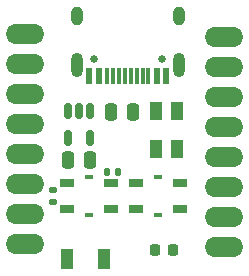
<source format=gbr>
%TF.GenerationSoftware,KiCad,Pcbnew,7.0.9*%
%TF.CreationDate,2024-03-18T09:44:21-07:00*%
%TF.ProjectId,ESP32S3_Board,45535033-3253-4335-9f42-6f6172642e6b,rev?*%
%TF.SameCoordinates,Original*%
%TF.FileFunction,Soldermask,Top*%
%TF.FilePolarity,Negative*%
%FSLAX46Y46*%
G04 Gerber Fmt 4.6, Leading zero omitted, Abs format (unit mm)*
G04 Created by KiCad (PCBNEW 7.0.9) date 2024-03-18 09:44:21*
%MOMM*%
%LPD*%
G01*
G04 APERTURE LIST*
G04 Aperture macros list*
%AMRoundRect*
0 Rectangle with rounded corners*
0 $1 Rounding radius*
0 $2 $3 $4 $5 $6 $7 $8 $9 X,Y pos of 4 corners*
0 Add a 4 corners polygon primitive as box body*
4,1,4,$2,$3,$4,$5,$6,$7,$8,$9,$2,$3,0*
0 Add four circle primitives for the rounded corners*
1,1,$1+$1,$2,$3*
1,1,$1+$1,$4,$5*
1,1,$1+$1,$6,$7*
1,1,$1+$1,$8,$9*
0 Add four rect primitives between the rounded corners*
20,1,$1+$1,$2,$3,$4,$5,0*
20,1,$1+$1,$4,$5,$6,$7,0*
20,1,$1+$1,$6,$7,$8,$9,0*
20,1,$1+$1,$8,$9,$2,$3,0*%
G04 Aperture macros list end*
%ADD10C,0.650000*%
%ADD11R,0.600000X1.450000*%
%ADD12R,0.300000X1.450000*%
%ADD13O,1.000000X2.100000*%
%ADD14O,1.000000X1.600000*%
%ADD15RoundRect,0.225000X0.225000X0.250000X-0.225000X0.250000X-0.225000X-0.250000X0.225000X-0.250000X0*%
%ADD16RoundRect,0.250000X-0.250000X-0.475000X0.250000X-0.475000X0.250000X0.475000X-0.250000X0.475000X0*%
%ADD17RoundRect,0.250000X0.250000X0.475000X-0.250000X0.475000X-0.250000X-0.475000X0.250000X-0.475000X0*%
%ADD18R,1.250000X0.700000*%
%ADD19R,0.700000X0.350000*%
%ADD20R,1.000000X1.750000*%
%ADD21O,2.400000X1.700000*%
%ADD22RoundRect,0.140000X-0.140000X-0.170000X0.140000X-0.170000X0.140000X0.170000X-0.140000X0.170000X0*%
%ADD23RoundRect,0.150000X-0.150000X0.512500X-0.150000X-0.512500X0.150000X-0.512500X0.150000X0.512500X0*%
%ADD24RoundRect,0.135000X0.185000X-0.135000X0.185000X0.135000X-0.185000X0.135000X-0.185000X-0.135000X0*%
%ADD25R,1.000000X1.550000*%
G04 APERTURE END LIST*
D10*
%TO.C,J1*%
X148940000Y-81848000D03*
X143160000Y-81848000D03*
D11*
X149300000Y-83293000D03*
X148500000Y-83293000D03*
D12*
X147300000Y-83293000D03*
X146300000Y-83293000D03*
X145800000Y-83293000D03*
X144800000Y-83293000D03*
D11*
X143600000Y-83293000D03*
X142800000Y-83293000D03*
X142800000Y-83293000D03*
X143600000Y-83293000D03*
D12*
X144300000Y-83293000D03*
X145300000Y-83293000D03*
X146800000Y-83293000D03*
X147800000Y-83293000D03*
D11*
X148500000Y-83293000D03*
X149300000Y-83293000D03*
D13*
X150370000Y-82378000D03*
D14*
X150370000Y-78198000D03*
D13*
X141730000Y-82378000D03*
D14*
X141730000Y-78198000D03*
%TD*%
D15*
%TO.C,C7*%
X149873000Y-98044000D03*
X148323000Y-98044000D03*
%TD*%
D16*
%TO.C,C13*%
X144592000Y-86360000D03*
X146492000Y-86360000D03*
%TD*%
D17*
%TO.C,C12*%
X142870000Y-90424000D03*
X140970000Y-90424000D03*
%TD*%
D18*
%TO.C,SW2*%
X146710000Y-92372000D03*
X150470000Y-92372000D03*
X146710000Y-94572000D03*
X150470000Y-94572000D03*
D19*
X148590000Y-95102000D03*
X148590000Y-91842000D03*
%TD*%
D20*
%TO.C,AE1*%
X140914000Y-98806000D03*
X144074000Y-98806000D03*
%TD*%
D21*
%TO.C,J2*%
X136930000Y-79710000D03*
X137780000Y-79710000D03*
X136930000Y-82250000D03*
X137780000Y-82250000D03*
X136930000Y-84790000D03*
X137780000Y-84790000D03*
X136930000Y-87330000D03*
X137780000Y-87330000D03*
X136930000Y-89870000D03*
X137780000Y-89870000D03*
X136930000Y-92410000D03*
X137780000Y-92410000D03*
X136930000Y-94950000D03*
X137780000Y-94950000D03*
X136930000Y-97490000D03*
X137780000Y-97490000D03*
%TD*%
D22*
%TO.C,C11*%
X144300000Y-91440000D03*
X145260000Y-91440000D03*
%TD*%
D18*
%TO.C,SW1*%
X144628000Y-94572000D03*
X140868000Y-94572000D03*
X144628000Y-92372000D03*
X140868000Y-92372000D03*
D19*
X142748000Y-91842000D03*
X142748000Y-95102000D03*
%TD*%
D23*
%TO.C,U2*%
X142870000Y-86238500D03*
X141920000Y-86238500D03*
X140970000Y-86238500D03*
X140970000Y-88513500D03*
X142870000Y-88513500D03*
%TD*%
D24*
%TO.C,R2*%
X139700000Y-93982000D03*
X139700000Y-92962000D03*
%TD*%
D21*
%TO.C,J3*%
X153740000Y-80010000D03*
X154590000Y-80010000D03*
X153740000Y-82550000D03*
X154590000Y-82550000D03*
X153740000Y-85090000D03*
X154590000Y-85090000D03*
X153740000Y-87630000D03*
X154590000Y-87630000D03*
X153740000Y-90170000D03*
X154590000Y-90170000D03*
X153740000Y-92710000D03*
X154590000Y-92710000D03*
X153740000Y-95250000D03*
X154590000Y-95250000D03*
X153740000Y-97790000D03*
X154590000Y-97790000D03*
%TD*%
D25*
%TO.C,LED1*%
X150242000Y-86244000D03*
X148462000Y-86244000D03*
X148462000Y-89524000D03*
X150242000Y-89524000D03*
%TD*%
M02*

</source>
